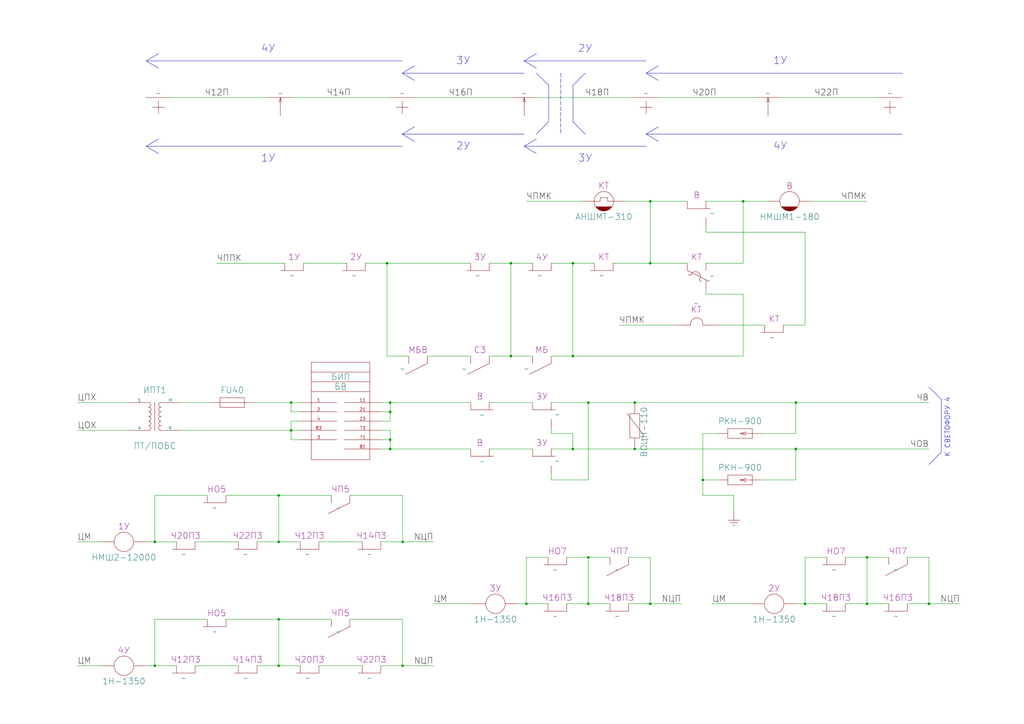
<source format=kicad_sch>
(kicad_sch (version 20231120) (generator "eeschema") (generator_version "8.0")
  (paper "A3")
  (title_block (title "Станция А") (company "МКТ РУТ (МИИТ)") (comment 1 "КП 27.02.03.03.000 ГЧ") (comment 2 "Сафранович") (comment 3 "Бузунова"))
  (lib_symbols
    (symbol "Blocks:БИП" (pin_names (offset 0) hide)
      (property "Reference" "БИП" (at 0 10.51 0))
      (property "Value" "БВ" (at 0 6.51 0))
      (symbol "БИП_0_1"
        (rectangle (start -12 16.51) (end 12 -23.49))
        (polyline (pts (xy 12 4.51) (xy -12 4.51)))
        (polyline (pts (xy 12 8.51) (xy -12 8.51)))
        (polyline (pts (xy 12 12.51) (xy -12 12.51)))
      )
      (symbol "БИП_1_1"
        (pin bidirectional line (at -16.51 0 0) (length 15) (name "") (number "1"))
        (pin bidirectional line (at 16.51 0 180) (length 15) (name "") (number "11"))
        (pin bidirectional line (at -16.51 -3.81 0) (length 15) (name "") (number "2"))
        (pin bidirectional line (at 16.51 -3.81 180) (length 15) (name "") (number "21"))
        (pin bidirectional line (at 16.51 -7.62 180) (length 15) (name "") (number "23"))
        (pin bidirectional line (at -16.51 -15.24 0) (length 15) (name "") (number "3"))
        (pin bidirectional line (at -16.51 -7.62 0) (length 15) (name "") (number "4"))
        (pin bidirectional line (at 16.51 -15.24 180) (length 15) (name "") (number "71"))
        (pin bidirectional line (at 16.51 -11.43 180) (length 15) (name "") (number "73"))
        (pin bidirectional line (at 16.51 -19.05 180) (length 15) (name "") (number "81"))
        (pin bidirectional line (at -16.51 -11.43 0) (length 15) (name "") (number "83"))
      )
    )
    (symbol "Blocks:ПТ/ПОБС" (pin_numbers hide) (pin_names (offset 0))
      (property "Reference" "ИПТ" (at 0 10.16 0))
      (property "Value" "ПТ/ПОБС" (at 0 -12.7 0))
      (symbol "ПТ/ПОБС_0_1"
        (arc (start -2.54 -6.35) (mid -1.5736 -5.3975) (end -2.54 -4.445))
        (arc (start -2.54 -4.445) (mid -1.5736 -3.4925) (end -2.54 -2.54))
        (arc (start -2.54 -2.54) (mid -1.5736 -1.5875) (end -2.54 -0.635))
        (arc (start -2.54 -0.635) (mid -1.5048 0.3175) (end -2.54 1.27))
        (arc (start -2.54 1.27) (mid -1.5428 2.2225) (end -2.54 3.175))
        (arc (start -2.54 3.175) (mid -1.5875 4.1275) (end -2.54 5.08))
        (polyline (pts (xy 0 -6.35) (xy 0 5.08)))
        (arc (start 2.54 -4.445) (mid 1.5452 -5.3975) (end 2.54 -6.35))
        (arc (start 2.54 -2.54) (mid 1.5452 -3.4925) (end 2.54 -4.445))
        (arc (start 2.54 -0.635) (mid 1.4998 -1.5875) (end 2.54 -2.54))
        (arc (start 2.54 1.27) (mid 1.5736 0.3175) (end 2.54 -0.635))
        (arc (start 2.54 3.175) (mid 1.5875 2.2225) (end 2.54 1.27))
        (arc (start 2.54 5.08) (mid 1.5633 4.1275) (end 2.54 3.175))
      )
      (symbol "ПТ/ПОБС_1_1"
        (pin passive line (at -10.16 5.08 0) (length 7.62) (name "1") (number "1"))
        (pin passive line (at -10.16 -6.35 0) (length 7.62) (name "4") (number "2"))
        (pin passive line (at 10.16 5.08 180) (length 7.62) (name "Н") (number "3"))
        (pin passive line (at 10.16 -6.35 180) (length 7.62) (name "К") (number "7"))
      )
    )
    (symbol "Device_GOST:FU_FUSE" (pin_numbers hide) (pin_names (offset 0) hide)
      (property "Reference" "FU" (at 0 3.81 0))
      (property "Value" "FU_FUSE" (at 0 -3.81 0))
      (symbol "FU_FUSE_0_1"
        (rectangle (start -5.0038 2.0066) (end 5.0038 -2.0066))
        (polyline (pts (xy -5.0038 0) (xy 5.0038 0)))
      )
      (symbol "FU_FUSE_1_1"
        (pin passive line (at -8.89 0 0) (length 3.8862) (name "~") (number "1"))
        (pin passive line (at 8.89 0 180) (length 3.8862) (name "~") (number "2"))
      )
    )
    (symbol "SCB_Relay:Выравниватель" (pin_numbers hide) (pin_names (offset 0) hide)
      (property "Reference" "R" (at 0 3.81 0))
      (property "Value" "ВОЦН" (at 0 -5.715 0))
      (symbol "Выравниватель_0_1"
        (rectangle (start -5.0038 2.0066) (end 5.0038 -2.0066))
        (polyline (pts (xy -6.35 -3.175) (xy -3.175 -3.175) (xy 5.08 3.175)))
      )
      (symbol "Выравниватель_1_1"
        (pin passive line (at -8.89 0 0) (length 3.8862) (name "~") (number "1"))
        (pin passive line (at 8.89 0 180) (length 3.8862) (name "~") (number "2"))
      )
    )
    (symbol "SCB_Relay:Контакт_нейтрального_якоря" (pin_numbers hide) (pin_names hide)
      (property "Обозначение реле" "Н" (at 0 2.54 0))
      (symbol "Контакт_нейтрального_якоря_0_1"
        (polyline (pts (xy -3.81 -3) (xy 5.19 -7.5)))
        (pin bidirectional line (at -3.81 0 270) (length 3) (name "") (number "1"))
      )
      (symbol "Контакт_нейтрального_якоря_1_1"
        (unit_name "Фронтовой-Тыловой")
        (pin bidirectional line (at 3.81 0 270) (length 3) (name "") (number "2"))
        (pin bidirectional line (at 3.81 -10.16 90) (length 3.3) (name "") (number "3"))
      )
      (symbol "Контакт_нейтрального_якоря_2_1"
        (unit_name "Тыловой")
        (pin bidirectional line (at 3.81 -10.16 90) (length 3.3) (name "") (number "3"))
      )
      (symbol "Контакт_нейтрального_якоря_3_1"
        (unit_name "Фронтовой")
        (pin bidirectional line (at 3.81 0 270) (length 3) (name "") (number "2"))
      )
      (symbol "Контакт_нейтрального_якоря_4_1"
        (unit_name "Усиленный перелючающий")
        (polyline (pts (xy 3.81 -10.16) (xy 7.62 -10.16)))
        (polyline (pts (xy 3.81 -8.89) (xy 5.715 -10.16)))
        (polyline (pts (xy 3.81 -6.858) (xy 3.81 -10.16)))
        (polyline (pts (xy 3.81 -1.27) (xy 5.715 0)))
        (polyline (pts (xy 3.81 0) (xy 3.81 -3)))
        (polyline (pts (xy 3.81 0) (xy 7.62 0)))
        (pin bidirectional line (at -3.81 0 270) (length 3) (name "") (number "1"))
        (pin bidirectional line (at 8.89 0 180) (length 2) (name "") (number "2"))
        (pin bidirectional line (at 8.89 -10.16 180) (length 2) (name "") (number "3"))
      )
      (symbol "Контакт_нейтрального_якоря_5_1"
        (unit_name "Усиленный замыкающий")
        (polyline (pts (xy 3.81 -1.27) (xy 5.715 0)))
        (polyline (pts (xy 3.81 0) (xy 3.81 -3)))
        (polyline (pts (xy 3.81 0) (xy 7.62 0)))
        (pin bidirectional line (at 8.89 0 180) (length 2) (name "") (number "2"))
      )
      (symbol "Контакт_нейтрального_якоря_6_1"
        (unit_name "Усиленный размыкающий")
        (polyline (pts (xy 3.81 -8.89) (xy 5.715 -10.16)))
        (polyline (pts (xy 3.81 -6.858) (xy 3.81 -10.16) (xy 6.985 -10.16)))
        (pin bidirectional line (at 8.89 -10.16 180) (length 2) (name "") (number "3"))
      )
      (symbol "Контакт_нейтрального_якоря_7_1"
        (unit_name "С магнитным гашением")
        (polyline (pts (xy 11.43 0) (xy 3.81 0) (xy 3.81 -3)))
        (polyline (pts (xy 3.81 0) (xy 5.5 1) (xy 8.5 -1) (xy 10 0)))
        (pin bidirectional line (at 12.7 0 180) (length 2) (name "") (number "2"))
        (pin bidirectional line (at 3.81 -10.16 90) (length 3.3) (name "") (number "3"))
      )
      (symbol "Контакт_нейтрального_якоря_8_1"
        (unit_name "С безобрывным переключением")
        (arc (start 5.5 -7.5) (mid 6.5355 -5) (end 5.5 -2.5))
        (pin bidirectional line (at 3.81 0 270) (length 3) (name "") (number "2"))
        (pin bidirectional line (at 3.81 -10.16 90) (length 3.3) (name "") (number "3"))
      )
      (symbol "Контакт_нейтрального_якоря_9_1"
        (unit_name "Фронтовой-тыловой термолемента")
        (polyline (pts (xy -3.5 -4.5) (xy -2.5 -5) (xy -2.25 -4.5)))
        (polyline (pts (xy 1.25 -6.5) (xy 1 -7) (xy 2 -7.5)))
        (arc (start 1.25 -6.5) (mid 0.5225 -3.7106) (end -2.25 -4.5))
        (pin bidirectional line (at 3.81 0 270) (length 3) (name "") (number "2"))
        (pin bidirectional line (at 3.81 -10.16 90) (length 3.3) (name "") (number "3"))
      )
      (symbol "Контакт_нейтрального_якоря_10_1"
        (unit_name "Тыловой термолемента")
        (polyline (pts (xy -3.5 -4.5) (xy -2.5 -5) (xy -2.25 -4.5)))
        (polyline (pts (xy 1.25 -6.5) (xy 1 -7) (xy 2 -7.5)))
        (arc (start 1.25 -6.5) (mid 0.5225 -3.7106) (end -2.25 -4.5))
        (pin bidirectional line (at 3.81 -10.16 90) (length 3.3) (name "") (number "3"))
      )
      (symbol "Контакт_нейтрального_якоря_11_1"
        (unit_name "Фронтовой термолемента")
        (polyline (pts (xy -3.5 -4.5) (xy -2.5 -5) (xy -2.25 -4.5)))
        (polyline (pts (xy 1.25 -6.5) (xy 1 -7) (xy 2 -7.5)))
        (arc (start 1.25 -6.5) (mid 0.5225 -3.7106) (end -2.25 -4.5))
        (pin bidirectional line (at 3.81 0 270) (length 3) (name "") (number "2"))
      )
    )
    (symbol "SCB_Relay:Контакт_нейтрального_якоря_НЗ" (pin_numbers hide) (pin_names hide)
      (property "Обозначение реле" "Н" (at 0 2.54 0))
      (symbol "Контакт_нейтрального_якоря_НЗ_0_1"
        (polyline (pts (xy -3.81 -3) (xy 5.5 -3)))
        (pin bidirectional line (at -3.81 0 270) (length 3) (name "") (number "1"))
      )
      (symbol "Контакт_нейтрального_якоря_НЗ_1_1"
        (unit_name "Фронтовой-Тыловой")
        (pin bidirectional line (at 3.81 0 270) (length 3) (name "") (number "2"))
        (pin bidirectional line (at 3.81 -10.16 90) (length 3.3) (name "") (number "3"))
      )
      (symbol "Контакт_нейтрального_якоря_НЗ_2_1"
        (unit_name "Тыловой")
        (pin bidirectional line (at 3.81 -10.16 90) (length 3.3) (name "") (number "3"))
      )
      (symbol "Контакт_нейтрального_якоря_НЗ_3_1"
        (unit_name "Фронтовой")
        (pin bidirectional line (at 3.81 0 270) (length 3) (name "") (number "2"))
      )
      (symbol "Контакт_нейтрального_якоря_НЗ_4_1"
        (unit_name "Усиленный перелючающий")
        (polyline (pts (xy 3.81 -10.16) (xy 7.62 -10.16)))
        (polyline (pts (xy 3.81 -8.89) (xy 5.715 -10.16)))
        (polyline (pts (xy 3.81 -6.858) (xy 3.81 -10.16)))
        (polyline (pts (xy 3.81 -1.27) (xy 5.715 0)))
        (polyline (pts (xy 3.81 0) (xy 3.81 -3)))
        (polyline (pts (xy 3.81 0) (xy 7.62 0)))
        (pin bidirectional line (at -3.81 0 270) (length 3) (name "") (number "1"))
        (pin bidirectional line (at 8.89 0 180) (length 2) (name "") (number "2"))
        (pin bidirectional line (at 8.89 -10.16 180) (length 2) (name "") (number "3"))
      )
      (symbol "Контакт_нейтрального_якоря_НЗ_5_1"
        (unit_name "Усиленный замыкающий")
        (polyline (pts (xy 3.81 -1.27) (xy 5.715 0)))
        (polyline (pts (xy 3.81 0) (xy 3.81 -3)))
        (polyline (pts (xy 3.81 0) (xy 7.62 0)))
        (pin bidirectional line (at 8.89 0 180) (length 2) (name "") (number "2"))
      )
      (symbol "Контакт_нейтрального_якоря_НЗ_6_1"
        (unit_name "Усиленный размыкающий")
        (polyline (pts (xy 3.81 -8.89) (xy 5.715 -10.16)))
        (polyline (pts (xy 3.81 -6.858) (xy 3.81 -10.16) (xy 6.985 -10.16)))
        (pin bidirectional line (at 8.89 -10.16 180) (length 2) (name "") (number "3"))
      )
      (symbol "Контакт_нейтрального_якоря_НЗ_7_1"
        (unit_name "С магнитным гашением")
        (polyline (pts (xy 11.43 0) (xy 3.81 0) (xy 3.81 -3)))
        (polyline (pts (xy 3.81 0) (xy 5.5 1) (xy 8.5 -1) (xy 10 0)))
        (pin bidirectional line (at 12.7 0 180) (length 2) (name "") (number "2"))
        (pin bidirectional line (at 3.81 -10.16 90) (length 3.3) (name "") (number "3"))
      )
      (symbol "Контакт_нейтрального_якоря_НЗ_8_1"
        (unit_name "С безобрывным переключением")
        (arc (start 5.5 -7.5) (mid 6.5355 -5) (end 5.5 -2.5))
        (pin bidirectional line (at 3.81 0 270) (length 3) (name "") (number "2"))
        (pin bidirectional line (at 3.81 -10.16 90) (length 3.3) (name "") (number "3"))
      )
    )
    (symbol "SCB_Relay:Нейтральное" (pin_numbers hide) (pin_names (offset 0.002) hide)
      (property "Value" "НМШ" (at 0 -6.35 0))
      (property "Обозначение реле" "Н" (at 0 6.35 0))
      (symbol "Нейтральное_0_1"
        (circle (center 0 0) (radius 4))
      )
      (symbol "Нейтральное_1_1"
        (unit_name "Общее")
        (pin power_in line (at -8.89 0 0) (length 4.8) (name "") (number "1"))
        (pin power_in line (at 8.89 0 180) (length 4.8) (name "") (number "4"))
      )
      (symbol "Нейтральное_2_1"
        (unit_name "С раздельными")
        (pin power_in line (at -8.89 0 0) (length 4.8) (name "") (number "1"))
        (pin power_in line (at -8.89 -1.905 0) (length 5.3) (name "") (number "2"))
        (pin power_in line (at 8.89 0 180) (length 4.8) (name "") (number "3"))
        (pin power_in line (at 8.89 -1.905 180) (length 5.3) (name "") (number "4"))
      )
    )
    (symbol "SCB_Relay:Нейтральное_с_замедлением_на_отпуск" (pin_numbers hide) (pin_names (offset 0.002) hide)
      (property "Value" "НМШМ" (at 0 -6.35 0))
      (property "Обозначение реле" "Н" (at 0 6.35 0))
      (symbol "Нейтральное_с_замедлением_на_отпуск_0_1"
        (polyline (pts (xy -3.25 -2.25) (xy 3.25 -2.25) (xy 2.5 -3) (xy 1.778 -3.556) (xy 1.016 -3.81) (xy 0 -4) (xy -1.016 -3.81) (xy -1.778 -3.556) (xy -2.5 -3) (xy -3.25 -2.25)) (fill (type outline)))
        (circle (center 0 0) (radius 4))
      )
      (symbol "Нейтральное_с_замедлением_на_отпуск_1_1"
        (unit_name "Общее")
        (pin power_in line (at -8.89 0 0) (length 4.8) (name "") (number "1"))
        (pin power_in line (at 8.89 0 180) (length 4.8) (name "") (number "4"))
      )
      (symbol "Нейтральное_с_замедлением_на_отпуск_2_1"
        (unit_name "С раздельными")
        (pin power_in line (at -8.89 0 0) (length 4.8) (name "") (number "1"))
        (pin power_in line (at -8.89 -1.905 0) (length 5.3) (name "") (number "2"))
        (pin power_in line (at 8.89 0 180) (length 4.8) (name "") (number "3"))
        (pin power_in line (at 8.89 -1.905 180) (length 5.3) (name "") (number "4"))
      )
    )
    (symbol "SCB_Relay:Разрядник" (pin_numbers hide) (pin_names (offset 0) hide)
      (property "Reference" "FU" (at 0 4 0))
      (property "Value" "РКН" (at 0 -4 0))
      (symbol "Разрядник_0_1"
        (rectangle (start -5.0038 2.0066) (end 5.0038 -2.0066))
        (polyline (pts (xy 0 0) (xy 2.54 -0.635)))
        (polyline (pts (xy 0 0) (xy 2.54 0.635)))
        (polyline (pts (xy 0 0) (xy 5.0038 0)))
      )
      (symbol "Разрядник_1_1"
        (pin passive line (at -8.89 0 0) (length 3.8862) (name "~") (number "1"))
        (pin passive line (at 8.89 0 180) (length 3.8862) (name "~") (number "2"))
      )
    )
    (symbol "SCB_Relay:С_термоэлементом_и_замедлением" (pin_numbers hide) (pin_names (offset 0.002) hide)
      (property "Value" "АНШМТ" (at 0 -6.35 0))
      (property "Обозначение реле" "Н" (at 0 6.35 0))
      (symbol "С_термоэлементом_и_замедлением_0_1"
        (polyline (pts (xy -4 0) (xy -1.5 0) (xy -1.5 1.5) (xy 1.5 1.5) (xy 1.5 0) (xy 4 0)))
        (polyline (pts (xy -3.25 -2.25) (xy 3.25 -2.25) (xy 2.5 -3) (xy 1.778 -3.556) (xy 1.016 -3.81) (xy 0 -4) (xy -1.016 -3.81) (xy -1.778 -3.556) (xy -2.54 -3) (xy -3.25 -2.25)) (fill (type outline)))
        (circle (center 0 0) (radius 4))
      )
      (symbol "С_термоэлементом_и_замедлением_1_1"
        (unit_name "Общее")
        (pin power_in line (at -8.89 0 0) (length 4.8) (name "") (number "1"))
        (pin power_in line (at 8.89 0 180) (length 4.8) (name "") (number "4"))
      )
      (symbol "С_термоэлементом_и_замедлением_2_1"
        (unit_name "С раздельными")
        (pin power_in line (at -8.89 0 0) (length 4.8) (name "") (number "1"))
        (pin power_in line (at -8.89 -1.905 0) (length 5.3) (name "") (number "2"))
        (pin power_in line (at 8.89 0 180) (length 4.8) (name "") (number "3"))
        (pin power_in line (at 8.89 -1.905 180) (length 5.3) (name "") (number "4"))
      )
    )
    (symbol "SCB_Relay:Термоэлемент" (pin_numbers hide) (pin_names (offset 0) hide)
      (property "Обозначение реле" "Т" (at 0 5.5 0))
      (symbol "Термоэлемент_0_1"
        (polyline (pts (xy -2.5 0.5) (xy -2.5 0) (xy -4.5 0)))
        (polyline (pts (xy 2.5 0.5) (xy 2.5 0) (xy 4 0)))
        (arc (start 2.5 0.5) (mid 0 3) (end -2.5 0.5))
      )
      (symbol "Термоэлемент_1_1"
        (pin power_in line (at -8.89 0 0) (length 4.8) (name "") (number "1"))
        (pin power_in line (at 8.89 0 180) (length 4.8) (name "") (number "4"))
      )
    )
    (symbol "SCB_АБТЦ:Генератор_Нитки"
      (symbol "Генератор_Нитки_0_1"
        (polyline (pts (xy 0 0) (xy -0.5 -2)))
        (polyline (pts (xy 0 0) (xy 0 -7.5)))
        (polyline (pts (xy 0 0) (xy 0.5 -2)))
        (polyline (pts (xy 5 0) (xy -5 0)))
      )
      (symbol "Генератор_Нитки_1_1"
        (pin unspecified line (at -5 0 0) (length 0) (name "") (number ""))
        (pin unspecified line (at 5 0 180) (length 0) (name "") (number ""))
      )
    )
    (symbol "SCB_АБТЦ:Приемник_Нитки"
      (symbol "Приемник_Нитки_0_1"
        (polyline (pts (xy -5 0) (xy 5 0)))
        (polyline (pts (xy 0 -1.5) (xy 0 -6.5)))
        (polyline (pts (xy 2.5 -4) (xy -2.5 -4)))
      )
      (symbol "Приемник_Нитки_1_1"
        (pin unspecified line (at -5 0 0) (length 0) (name "") (number ""))
        (pin unspecified line (at 5 0 180) (length 0) (name "") (number ""))
      )
    )
    (symbol "power_GOST:Earth" (power) (pin_numbers hide) (pin_names (offset 0) hide)
      (symbol "Earth_0_1"
        (polyline (pts (xy -2.4892 -3.81) (xy 2.4892 -3.81)))
        (polyline (pts (xy -1.4732 -4.826) (xy 1.4732 -4.826)))
        (polyline (pts (xy -0.4572 -5.842) (xy 0.4572 -5.842)))
        (polyline (pts (xy 0 0) (xy 0 -3.81)))
      )
      (symbol "Earth_1_1"
        (pin passive line (at 0 0 270) (length 0) hide (name "Earth") (number "1"))
      )
    )
  )
  (junction (at 160.02 184.15))
  (junction (at 160.02 165.1))
  (junction (at 241.3 228.6))
  (junction (at 114.3 273.05))
  (junction (at 234.95 184.15))
  (junction (at 326.39 184.15))
  (junction (at 119.38 176.53))
  (junction (at 381 247.65))
  (junction (at 119.38 165.1))
  (junction (at 114.3 254))
  (junction (at 165.1 273.05))
  (junction (at 241.3 165.1))
  (junction (at 260.35 165.1))
  (junction (at 355.6 247.65))
  (junction (at 266.7 107.95))
  (junction (at 63.5 222.25))
  (junction (at 260.35 184.15))
  (junction (at 114.3 203.2))
  (junction (at 165.1 222.25))
  (junction (at 326.39 165.1))
  (junction (at 234.95 107.95))
  (junction (at 215.9 247.65))
  (junction (at 114.3 222.25))
  (junction (at 288.29 196.85))
  (junction (at 160.02 180.34))
  (junction (at 266.7 247.65))
  (junction (at 241.3 247.65))
  (junction (at 266.7 82.55))
  (junction (at 330.2 247.65))
  (junction (at 158.75 107.95))
  (junction (at 234.95 146.05))
  (junction (at 63.5 273.05))
  (junction (at 209.55 107.95))
  (junction (at 304.8 82.55))
  (junction (at 160.02 168.91))
  (junction (at 209.55 146.05))
  (junction (at 355.6 228.6))
  (wire (pts (xy 326.39 165.1) (xy 381 165.1)))
  (wire (pts (xy 63.5 222.25) (xy 59.69 222.25)))
  (wire (pts (xy 355.6 228.6) (xy 355.6 247.65)))
  (polyline (pts (xy 60 60) (xy 65 63)))
  (wire (pts (xy 355.6 82.55) (xy 332.74 82.55)))
  (wire (pts (xy 105.41 273.05) (xy 114.3 273.05)))
  (wire (pts (xy 312.42 177.8) (xy 326.39 177.8)))
  (polyline (pts (xy 215 60) (xy 220 57)))
  (wire (pts (xy 241.3 196.85) (xy 241.3 165.1)))
  (wire (pts (xy 330.2 133.35) (xy 330.2 95.25)))
  (wire (pts (xy 119.38 180.34) (xy 119.38 176.53)))
  (wire (pts (xy 63.5 254) (xy 63.5 273.05)))
  (wire (pts (xy 63.5 273.05) (xy 59.69 273.05)))
  (wire (pts (xy 80.01 273.05) (xy 97.79 273.05)))
  (wire (pts (xy 92.71 203.2) (xy 114.3 203.2)))
  (wire (pts (xy 260.35 165.1) (xy 326.39 165.1)))
  (wire (pts (xy 114.3 273.05) (xy 123.19 273.05)))
  (wire (pts (xy 260.35 165.1) (xy 260.35 165.735)))
  (wire (pts (xy 85.09 203.2) (xy 63.5 203.2)))
  (wire (pts (xy 224.79 228.6) (xy 215.9 228.6)))
  (wire (pts (xy 158.75 107.95) (xy 158.75 146.05)))
  (wire (pts (xy 167.64 146.05) (xy 158.75 146.05)))
  (wire (pts (xy 105.41 222.25) (xy 114.3 222.25)))
  (wire (pts (xy 119.38 168.91) (xy 123.19 168.91)))
  (wire (pts (xy 156.21 168.91) (xy 160.02 168.91)))
  (wire (pts (xy 330.2 247.65) (xy 339.09 247.65)))
  (wire (pts (xy 232.41 247.65) (xy 241.3 247.65)))
  (wire (pts (xy 86.36 165.1) (xy 73.66 165.1)))
  (wire (pts (xy 123.19 180.34) (xy 119.38 180.34)))
  (wire (pts (xy 304.8 82.55) (xy 314.96 82.55)))
  (wire (pts (xy 215.9 247.65) (xy 224.79 247.65)))
  (wire (pts (xy 160.02 180.34) (xy 160.02 184.15)))
  (wire (pts (xy 339.09 228.6) (xy 330.2 228.6)))
  (polyline (pts (xy 235 50) (xy 240 55)))
  (wire (pts (xy 165.1 203.2) (xy 165.1 222.25)))
  (wire (pts (xy 355.6 247.65) (xy 364.49 247.65)))
  (wire (pts (xy 292.1 247.65) (xy 308.61 247.65)))
  (wire (pts (xy 160.02 172.72) (xy 160.02 168.91)))
  (wire (pts (xy 175.26 146.05) (xy 193.04 146.05)))
  (wire (pts (xy 220 40) (xy 260 40)))
  (polyline (pts (xy 60 60) (xy 65 57)))
  (wire (pts (xy 70 40) (xy 110 40)))
  (wire (pts (xy 156.21 176.53) (xy 160.02 176.53)))
  (wire (pts (xy 381 247.65) (xy 393.7 247.65)))
  (wire (pts (xy 215.9 228.6) (xy 215.9 247.65)))
  (polyline (pts (xy 265 30) (xy 270 33)))
  (wire (pts (xy 114.3 254) (xy 114.3 273.05)))
  (wire (pts (xy 234.95 107.95) (xy 234.95 146.05)))
  (wire (pts (xy 346.71 228.6) (xy 355.6 228.6)))
  (polyline (pts (xy 265 55) (xy 270 52)))
  (polyline (pts (xy 265 30) (xy 370 30)))
  (wire (pts (xy 63.5 203.2) (xy 63.5 222.25)))
  (wire (pts (xy 123.19 165.1) (xy 119.38 165.1)))
  (wire (pts (xy 260.35 184.15) (xy 326.39 184.15)))
  (wire (pts (xy 234.95 177.8) (xy 234.95 184.15)))
  (wire (pts (xy 123.19 172.72) (xy 119.38 172.72)))
  (wire (pts (xy 330.2 95.25) (xy 289.56 95.25)))
  (wire (pts (xy 114.3 222.25) (xy 123.19 222.25)))
  (wire (pts (xy 165.1 273.05) (xy 156.21 273.05)))
  (wire (pts (xy 165.1 222.25) (xy 177.8 222.25)))
  (polyline (pts (xy 220 30) (xy 225 35)))
  (wire (pts (xy 156.21 184.15) (xy 160.02 184.15)))
  (wire (pts (xy 209.55 107.95) (xy 218.44 107.95)))
  (wire (pts (xy 165.1 254) (xy 165.1 273.05)))
  (wire (pts (xy 124.46 107.95) (xy 142.24 107.95)))
  (wire (pts (xy 160.02 165.1) (xy 193.04 165.1)))
  (wire (pts (xy 92.71 254) (xy 114.3 254)))
  (wire (pts (xy 143.51 203.2) (xy 165.1 203.2)))
  (wire (pts (xy 143.51 254) (xy 165.1 254)))
  (wire (pts (xy 234.95 107.95) (xy 243.84 107.95)))
  (wire (pts (xy 200.66 165.1) (xy 218.44 165.1)))
  (wire (pts (xy 200.66 146.05) (xy 209.55 146.05)))
  (wire (pts (xy 288.29 177.8) (xy 288.29 196.85)))
  (wire (pts (xy 31.75 176.53) (xy 53.34 176.53)))
  (wire (pts (xy 326.39 184.15) (xy 381 184.15)))
  (wire (pts (xy 226.06 177.8) (xy 234.95 177.8)))
  (wire (pts (xy 289.56 118.11) (xy 289.56 120.65)))
  (wire (pts (xy 88.9 107.95) (xy 116.84 107.95)))
  (wire (pts (xy 232.41 228.6) (xy 241.3 228.6)))
  (wire (pts (xy 119.38 172.72) (xy 119.38 176.53)))
  (wire (pts (xy 321.31 133.35) (xy 330.2 133.35)))
  (wire (pts (xy 200.66 184.15) (xy 218.44 184.15)))
  (polyline (pts (xy 60 25) (xy 65 22)))
  (wire (pts (xy 209.55 107.95) (xy 209.55 146.05)))
  (wire (pts (xy 114.3 203.2) (xy 135.89 203.2)))
  (polyline (pts (xy 60 60) (xy 165 60)))
  (wire (pts (xy 160.02 168.91) (xy 160.02 165.1)))
  (polyline (pts (xy 225 35) (xy 225 50)))
  (wire (pts (xy 294.64 133.35) (xy 313.69 133.35)))
  (polyline (pts (xy 265 55) (xy 270 58)))
  (wire (pts (xy 226.06 184.15) (xy 234.95 184.15)))
  (wire (pts (xy 63.5 273.05) (xy 72.39 273.05)))
  (polyline (pts (xy 170 33) (xy 165 30)))
  (polyline (pts (xy 170 58) (xy 165 55)))
  (wire (pts (xy 266.7 247.65) (xy 257.81 247.65)))
  (wire (pts (xy 304.8 107.95) (xy 304.8 82.55)))
  (wire (pts (xy 288.29 196.85) (xy 294.64 196.85)))
  (wire (pts (xy 104.14 165.1) (xy 119.38 165.1)))
  (wire (pts (xy 355.6 228.6) (xy 364.49 228.6)))
  (wire (pts (xy 209.55 146.05) (xy 218.44 146.05)))
  (wire (pts (xy 289.56 82.55) (xy 304.8 82.55)))
  (wire (pts (xy 226.06 146.05) (xy 234.95 146.05)))
  (wire (pts (xy 170 40) (xy 210 40)))
  (wire (pts (xy 241.3 228.6) (xy 250.19 228.6)))
  (polyline (pts (xy 165 55) (xy 215 55)))
  (wire (pts (xy 160.02 176.53) (xy 160.02 180.34)))
  (wire (pts (xy 177.8 247.65) (xy 194.31 247.65)))
  (wire (pts (xy 160.02 165.1) (xy 156.21 165.1)))
  (wire (pts (xy 241.3 165.1) (xy 226.06 165.1)))
  (wire (pts (xy 312.42 196.85) (xy 326.39 196.85)))
  (wire (pts (xy 85.09 254) (xy 63.5 254)))
  (polyline (pts (xy 215 60) (xy 265 60)))
  (wire (pts (xy 73.66 176.53) (xy 119.38 176.53)))
  (wire (pts (xy 226.06 175.26) (xy 226.06 177.8)))
  (polyline (pts (xy 386.08 185.42) (xy 386.08 163.83)))
  (wire (pts (xy 288.29 177.8) (xy 294.64 177.8)))
  (wire (pts (xy 31.75 273.05) (xy 41.91 273.05)))
  (polyline (pts (xy 165 30) (xy 215 30)))
  (polyline (pts (xy 60 25) (xy 65 28)))
  (wire (pts (xy 130.81 273.05) (xy 148.59 273.05)))
  (wire (pts (xy 266.7 82.55) (xy 266.7 107.95)))
  (wire (pts (xy 63.5 222.25) (xy 72.39 222.25)))
  (polyline (pts (xy 215 25) (xy 220 28)))
  (wire (pts (xy 215.9 82.55) (xy 238.76 82.55)))
  (wire (pts (xy 381 247.65) (xy 372.11 247.65)))
  (wire (pts (xy 80.01 222.25) (xy 97.79 222.25)))
  (wire (pts (xy 31.75 222.25) (xy 41.91 222.25)))
  (wire (pts (xy 326.39 184.15) (xy 326.39 196.85)))
  (wire (pts (xy 241.3 247.65) (xy 250.19 247.65)))
  (wire (pts (xy 156.21 172.72) (xy 160.02 172.72)))
  (wire (pts (xy 330.2 228.6) (xy 330.2 247.65)))
  (wire (pts (xy 288.29 196.85) (xy 288.29 203.2)))
  (wire (pts (xy 304.8 120.65) (xy 304.8 146.05)))
  (wire (pts (xy 289.56 120.65) (xy 304.8 120.65)))
  (polyline (pts (xy 215 60) (xy 220 63)))
  (wire (pts (xy 31.75 165.1) (xy 53.34 165.1)))
  (wire (pts (xy 257.81 228.6) (xy 266.7 228.6)))
  (wire (pts (xy 156.21 180.34) (xy 160.02 180.34)))
  (wire (pts (xy 266.7 247.65) (xy 279.4 247.65)))
  (wire (pts (xy 200.66 107.95) (xy 209.55 107.95)))
  (wire (pts (xy 165.1 222.25) (xy 156.21 222.25)))
  (polyline (pts (xy 165 30) (xy 170 27)))
  (wire (pts (xy 114.3 254) (xy 135.89 254)))
  (wire (pts (xy 226.06 196.85) (xy 241.3 196.85)))
  (wire (pts (xy 215.9 247.65) (xy 212.09 247.65)))
  (polyline (pts (xy 235 35) (xy 235 50)))
  (wire (pts (xy 114.3 203.2) (xy 114.3 222.25)))
  (wire (pts (xy 251.46 107.95) (xy 266.7 107.95)))
  (wire (pts (xy 266.7 107.95) (xy 281.94 107.95)))
  (wire (pts (xy 130.81 222.25) (xy 148.59 222.25)))
  (wire (pts (xy 226.06 107.95) (xy 234.95 107.95)))
  (polyline (pts (xy 220 55) (xy 225 50)))
  (wire (pts (xy 346.71 247.65) (xy 355.6 247.65)))
  (polyline (pts (xy 386.08 163.83) (xy 381 158.75)))
  (wire (pts (xy 260.35 183.515) (xy 260.35 184.15)))
  (polyline (pts (xy 265 30) (xy 270 27)))
  (polyline (pts (xy 265 55) (xy 370 55)))
  (wire (pts (xy 160.02 184.15) (xy 193.04 184.15)))
  (wire (pts (xy 300.99 203.2) (xy 300.99 209.55)))
  (wire (pts (xy 256.54 82.55) (xy 266.7 82.55)))
  (wire (pts (xy 165.1 273.05) (xy 177.8 273.05)))
  (wire (pts (xy 254 133.35) (xy 276.86 133.35)))
  (wire (pts (xy 326.39 165.1) (xy 326.39 177.8)))
  (polyline (pts (xy 215 25) (xy 265 25)))
  (wire (pts (xy 330.2 247.65) (xy 326.39 247.65)))
  (polyline (pts (xy 381 190.5) (xy 386.08 185.42)))
  (polyline (pts (xy 165 55) (xy 170 52)))
  (wire (pts (xy 241.3 165.1) (xy 260.35 165.1)))
  (wire (pts (xy 241.3 228.6) (xy 241.3 247.65)))
  (wire (pts (xy 372.11 228.6) (xy 381 228.6)))
  (wire (pts (xy 158.75 107.95) (xy 193.04 107.95)))
  (wire (pts (xy 320 40) (xy 360 40)))
  (wire (pts (xy 120 40) (xy 160 40)))
  (wire (pts (xy 270 40) (xy 310 40)))
  (wire (pts (xy 234.95 146.05) (xy 304.8 146.05)))
  (wire (pts (xy 266.7 82.55) (xy 281.94 82.55)))
  (wire (pts (xy 234.95 184.15) (xy 260.35 184.15)))
  (wire (pts (xy 266.7 228.6) (xy 266.7 247.65)))
  (wire (pts (xy 119.38 165.1) (xy 119.38 168.91)))
  (wire (pts (xy 119.38 176.53) (xy 123.19 176.53)))
  (wire (pts (xy 289.56 107.95) (xy 304.8 107.95)))
  (wire (pts (xy 289.56 95.25) (xy 289.56 92.71)))
  (polyline (pts (xy 235 35) (xy 240 30)))
  (wire (pts (xy 381 228.6) (xy 381 247.65)))
  (polyline (pts (xy 60 25) (xy 165 25)))
  (polyline (pts (xy 230 30) (xy 230 55)) (stroke (width 0) (type dash)))
  (wire (pts (xy 149.86 107.95) (xy 158.75 107.95)))
  (wire (pts (xy 226.06 194.31) (xy 226.06 196.85)))
  (polyline (pts (xy 215 25) (xy 220 22)))
  (wire (pts (xy 288.29 203.2) (xy 300.99 203.2)))
  (text "4У" (at 320 60 0) (effects (font (size 3 3))))
  (text "4У" (at 110 20 0) (effects (font (size 3 3))))
  (text "1У" (at 320 25 0) (effects (font (size 3 3))))
  (text "1У" (at 110 65 0) (effects (font (size 3 3))))
  (text "К СВЕТОФОРУ 4" (at 388.62 175.26 90) (effects (font (size 2 2))))
  (text "3У" (at 190 25 0) (effects (font (size 3 3))))
  (text "2У" (at 190 60 0) (effects (font (size 3 3))))
  (text "2У" (at 240 20 0) (effects (font (size 3 3))))
  (text "3У" (at 240 65 0) (effects (font (size 3 3))))
  (label "Ч20П" (at 284 40 0) (effects (font (size 2.5 2.5))) (property "Netclass" "Рельсы" (effects (hide yes))))
  (label "Ч22П" (at 334 40 0) (effects (font (size 2.5 2.5))) (property "Netclass" "Рельсы" (effects (hide yes))))
  (label "ЦПХ" (at 31.75 165.1 0) (effects (font (size 2.5 2.5))) (property "Netclass" "Цепь" (effects (hide yes))))
  (label "ЧППК" (at 88.9 107.95 0) (effects (font (size 2.5 2.5))) (property "Netclass" "Цепь" (effects (hide yes))))
  (label "ЦМ" (at 292.1 247.65 0) (effects (font (size 2.5 2.5))) (property "Netclass" "Цепь" (effects (hide yes))))
  (label "ЧОВ" (at 381 184.15 180) (effects (font (size 2.5 2.5))) (property "Netclass" "Цепь" (effects (hide yes))))
  (label "ЧПМК" (at 254 133.35 0) (effects (font (size 2.5 2.5))) (property "Netclass" "Цепь" (effects (hide yes))))
  (label "ЦОХ" (at 31.75 176.53 0) (effects (font (size 2.5 2.5))) (property "Netclass" "Цепь" (effects (hide yes))))
  (label "ЧВ" (at 381 165.1 180) (effects (font (size 2.5 2.5))) (property "Netclass" "Цепь" (effects (hide yes))))
  (label "NЦП" (at 177.8 222.25 180) (effects (font (size 2.5 2.5))) (property "Netclass" "Цепь" (effects (hide yes))))
  (label "ЦМ" (at 31.75 222.25 0) (effects (font (size 2.5 2.5))) (property "Netclass" "Цепь" (effects (hide yes))))
  (label "Ч14П" (at 134 40 0) (effects (font (size 2.5 2.5))) (property "Netclass" "Рельсы" (effects (hide yes))))
  (label "Ч12П" (at 84 40 0) (effects (font (size 2.5 2.5))) (property "Netclass" "Рельсы" (effects (hide yes))))
  (label "NЦП" (at 279.4 247.65 180) (effects (font (size 2.5 2.5))) (property "Netclass" "Цепь" (effects (hide yes))))
  (label "ЧПМК" (at 215.9 82.55 0) (effects (font (size 2.5 2.5))) (property "Netclass" "Цепь" (effects (hide yes))))
  (label "NЦП" (at 393.7 247.65 180) (effects (font (size 2.5 2.5))) (property "Netclass" "Цепь" (effects (hide yes))))
  (label "ЦМ" (at 177.8 247.65 0) (effects (font (size 2.5 2.5))) (property "Netclass" "Цепь" (effects (hide yes))))
  (label "Ч18П" (at 240 40 0) (effects (font (size 2.5 2.5))) (property "Netclass" "Рельсы" (effects (hide yes))))
  (label "NЦП" (at 177.8 273.05 180) (effects (font (size 2.5 2.5))) (property "Netclass" "Цепь" (effects (hide yes))))
  (label "ЧПМК" (at 355.6 82.55 180) (effects (font (size 2.5 2.5))) (property "Netclass" "Цепь" (effects (hide yes))))
  (label "Ч16П" (at 184 40 0) (effects (font (size 2.5 2.5))) (property "Netclass" "Рельсы" (effects (hide yes))))
  (label "ЦМ" (at 31.75 273.05 0) (effects (font (size 2.5 2.5))) (property "Netclass" "Цепь" (effects (hide yes))))
  (symbol (lib_id "SCB_Relay:Контакт_нейтрального_якоря_НЗ") (at 127 273.05 0) (mirror y) (unit 3)
    (property "Reference" "Н111111" (effects (hide yes)))
    (property "Value" "~" (at 126.155 278.13 0) (effects (font (size 2.5 2.5))))
    (property "Обозначение реле" "Ч20П3" (at 127 270.51 0) (effects (font (size 2.5 2.5))))
  )
  (symbol (lib_name "SCB_Relay:Контакт_нейтрального_якоря_НЗ") (lib_id "SCB_Relay:Контакт_нейтрального_якоря_НЗ") (at 342.9 228.6 0) (mirror y) (unit 3)
    (property "Reference" "Н11111" (effects (hide yes)))
    (property "Value" "~" (at 342.055 233.68 0) (effects (font (size 2.5 2.5))))
    (property "Обозначение реле" "НО7" (at 342.9 226.06 0) (effects (font (size 2.5 2.5))))
  )
  (symbol (lib_id "SCB_Relay:Контакт_нейтрального_якоря") (at 254 228.6 0) (mirror y) (unit 3)
    (property "Reference" "Н1111211" (effects (hide yes)))
    (property "Value" "~" (at 253.155 233.68 0) (effects (font (size 2.5 2.5))))
    (property "Обозначение реле" "ЧП7" (at 254 226.06 0) (effects (font (size 2.5 2.5))))
  )
  (symbol (lib_id "SCB_АБТЦ:Приемник_Нитки") (at 265 40 0) (unit 1)
    (property "Reference" "Приемник111" (effects (hide yes)))
    (property "Value" "~" (at 265 38.26 0) (effects (font (size 2.5 2.5))))
  )
  (symbol (lib_name "SCB_Relay:Контакт_нейтрального_якоря_НЗ") (lib_id "SCB_Relay:Контакт_нейтрального_якоря_НЗ") (at 76.2 222.25 0) (mirror y) (unit 3)
    (property "Reference" "Н1111" (effects (hide yes)))
    (property "Value" "~" (at 75.355 227.33 0) (effects (font (size 2.5 2.5))))
    (property "Обозначение реле" "Ч20П3" (at 76.2 219.71 0) (effects (font (size 2.5 2.5))))
  )
  (symbol (lib_id "Blocks:ПТ/ПОБС") (at 63.5 170.18 0) (unit 1)
    (property "Reference" "ИПТ1" (at 63.5 160.02 0) (effects (font (size 2.5 2.5))))
    (property "Value" "ПТ/ПОБС" (at 63.5 182.88 0) (effects (font (size 2.5 2.5))))
  )
  (symbol (lib_id "SCB_Relay:Нейтральное") (at 203.2 247.65 0) (unit 1)
    (property "Reference" "Н111" (effects (hide yes)))
    (property "Value" "1Н-1350" (at 203.2 254 0) (effects (font (size 2.5 2.5))))
    (property "Обозначение реле" "3У" (at 203.2 241.3 0) (effects (font (size 2.5 2.5))))
  )
  (symbol (lib_name "SCB_Relay:Контакт_нейтрального_якоря_НЗ") (lib_id "SCB_Relay:Контакт_нейтрального_якоря_НЗ") (at 222.25 165.1 0) (unit 1)
    (property "Reference" "Н11" (effects (hide yes)))
    (property "Value" "~" (at 228.6 170.03 0) (effects (font (size 2.5 2.5))))
    (property "Обозначение реле" "ЗУ" (at 222.25 162.56 0) (effects (font (size 2.5 2.5))))
  )
  (symbol (lib_name "SCB_Relay:Контакт_нейтрального_якоря") (lib_id "SCB_Relay:Контакт_нейтрального_якоря") (at 285.75 107.95 0) (unit 9)
    (property "Reference" "Н12" (effects (hide yes)))
    (property "Value" "~" (at 292.1 113.2 0) (effects (font (size 2.5 2.5))))
    (property "Обозначение реле" "КТ" (at 285.75 105.41 0) (effects (font (size 2.5 2.5))))
  )
  (symbol (lib_id "SCB_Relay:Разрядник") (at 303.53 177.8 0) (unit 1)
    (property "Reference" "FU29" (effects (hide yes)))
    (property "Value" "РКН-900" (at 303.53 172.72 0) (effects (font (size 2.5 2.5))))
  )
  (symbol (lib_name "SCB_Relay:Контакт_нейтрального_якоря_НЗ") (lib_id "SCB_Relay:Контакт_нейтрального_якоря_НЗ") (at 152.4 222.25 0) (mirror y) (unit 3)
    (property "Reference" "Н11112" (effects (hide yes)))
    (property "Value" "~" (at 151.555 227.33 0) (effects (font (size 2.5 2.5))))
    (property "Обозначение реле" "Ч14П3" (at 152.4 219.71 0) (effects (font (size 2.5 2.5))))
  )
  (symbol (lib_name "SCB_Relay:Контакт_нейтрального_якоря") (lib_id "SCB_Relay:Контакт_нейтрального_якоря") (at 196.85 146.05 0) (mirror y) (unit 3)
    (property "Reference" "Н11" (effects (hide yes)))
    (property "Value" "~" (at 190.5 151.3 0) (effects (font (size 2.5 2.5))))
    (property "Обозначение реле" "С3" (at 196.85 143.51 0) (effects (font (size 2.5 2.5))))
  )
  (symbol (lib_id "SCB_Relay:Нейтральное") (at 50.8 222.25 0) (unit 1)
    (property "Reference" "Н1" (effects (hide yes)))
    (property "Value" "НМШ2-12000" (at 50.8 228.6 0) (effects (font (size 2.5 2.5))))
    (property "Обозначение реле" "1У" (at 50.8 215.9 0) (effects (font (size 2.5 2.5))))
  )
  (symbol (lib_id "SCB_Relay:Термоэлемент") (at 285.75 133.35 0) (unit 1)
    (property "Reference" "Т11" (effects (hide yes)))
    (property "Value" "~" (at 285.545 124.46 0) (effects (font (size 2.5 2.5))))
    (property "Обозначение реле" "КТ" (at 285.545 127 0) (effects (font (size 2.5 2.5))))
  )
  (symbol (lib_name "SCB_Relay:Контакт_нейтрального_якоря_НЗ") (lib_id "SCB_Relay:Контакт_нейтрального_якоря_НЗ") (at 228.6 228.6 0) (mirror y) (unit 3)
    (property "Reference" "Н111111" (effects (hide yes)))
    (property "Value" "~" (at 227.755 233.68 0) (effects (font (size 2.5 2.5))))
    (property "Обозначение реле" "НО7" (at 228.6 226.06 0) (effects (font (size 2.5 2.5))))
  )
  (symbol (lib_name "SCB_Relay:Контакт_нейтрального_якоря_НЗ") (lib_id "SCB_Relay:Контакт_нейтрального_якоря_НЗ") (at 247.65 107.95 0) (mirror y) (unit 3)
    (property "Reference" "Н11" (effects (hide yes)))
    (property "Value" "~" (at 246.805 113.03 0) (effects (font (size 2.5 2.5))))
    (property "Обозначение реле" "КТ" (at 247.65 105.41 0) (effects (font (size 2.5 2.5))))
  )
  (symbol (lib_name "SCB_Relay:Контакт_нейтрального_якоря") (lib_id "SCB_Relay:Контакт_нейтрального_якоря") (at 171.45 146.05 0) (mirror y) (unit 3)
    (property "Reference" "Н11" (effects (hide yes)))
    (property "Value" "~" (at 165.1 151.3 0) (effects (font (size 2.5 2.5))))
    (property "Обозначение реле" "МБВ" (at 171.45 143.51 0) (effects (font (size 2.5 2.5))))
  )
  (symbol (lib_name "SCB_Relay:Контакт_нейтрального_якоря_НЗ") (lib_id "SCB_Relay:Контакт_нейтрального_якоря_НЗ") (at 101.6 222.25 0) (mirror y) (unit 3)
    (property "Reference" "Н1111" (effects (hide yes)))
    (property "Value" "~" (at 100.755 227.33 0) (effects (font (size 2.5 2.5))))
    (property "Обозначение реле" "Ч22П3" (at 101.6 219.71 0) (effects (font (size 2.5 2.5))))
  )
  (symbol (lib_name "SCB_Relay:Контакт_нейтрального_якоря_НЗ") (lib_id "SCB_Relay:Контакт_нейтрального_якоря_НЗ") (at 342.9 247.65 0) (mirror y) (unit 3)
    (property "Reference" "Н11112" (effects (hide yes)))
    (property "Value" "~" (at 342.055 252.73 0) (effects (font (size 2.5 2.5))))
    (property "Обозначение реле" "Ч18П3" (at 342.9 245.11 0) (effects (font (size 2.5 2.5))))
  )
  (symbol (lib_name "SCB_Relay:Контакт_нейтрального_якоря_НЗ") (lib_id "SCB_Relay:Контакт_нейтрального_якоря_НЗ") (at 285.75 82.55 0) (unit 1)
    (property "Reference" "Н14" (effects (hide yes)))
    (property "Value" "~" (at 292.1 87.48 0) (effects (font (size 2.5 2.5))))
    (property "Обозначение реле" "В" (at 285.75 80.01 0) (effects (font (size 2.5 2.5))))
  )
  (symbol (lib_name "SCB_АБТЦ:Приемник_Нитки") (lib_id "SCB_АБТЦ:Приемник_Нитки") (at 65 40 0) (unit 1)
    (property "Reference" "Приемник1" (effects (hide yes)))
    (property "Value" "~" (at 65 38.26 0) (effects (font (size 2.5 2.5))))
  )
  (symbol (lib_name "SCB_Relay:Контакт_нейтрального_якоря_НЗ") (lib_id "SCB_Relay:Контакт_нейтрального_якоря_НЗ") (at 368.3 247.65 0) (mirror y) (unit 3)
    (property "Reference" "Н111111" (effects (hide yes)))
    (property "Value" "~" (at 367.455 252.73 0) (effects (font (size 2.5 2.5))))
    (property "Обозначение реле" "Ч16П3" (at 368.3 245.11 0) (effects (font (size 2.5 2.5))))
  )
  (symbol (lib_name "SCB_Relay:Контакт_нейтрального_якоря_НЗ") (lib_id "SCB_Relay:Контакт_нейтрального_якоря_НЗ") (at 127 222.25 0) (mirror y) (unit 3)
    (property "Reference" "Н11111" (effects (hide yes)))
    (property "Value" "~" (at 126.155 227.33 0) (effects (font (size 2.5 2.5))))
    (property "Обозначение реле" "Ч12П3" (at 127 219.71 0) (effects (font (size 2.5 2.5))))
  )
  (symbol (lib_id "SCB_Relay:Нейтральное") (at 50.8 273.05 0) (unit 1)
    (property "Reference" "Н11" (effects (hide yes)))
    (property "Value" "1Н-1350" (at 50.8 279.4 0) (effects (font (size 2.5 2.5))))
    (property "Обозначение реле" "4У" (at 50.8 266.7 0) (effects (font (size 2.5 2.5))))
  )
  (symbol (lib_name "SCB_Relay:Контакт_нейтрального_якоря_НЗ") (lib_id "SCB_Relay:Контакт_нейтрального_якоря_НЗ") (at 222.25 107.95 0) (mirror y) (unit 3)
    (property "Reference" "Н111" (effects (hide yes)))
    (property "Value" "~" (at 221.405 113.03 0) (effects (font (size 2.5 2.5))))
    (property "Обозначение реле" "4У" (at 222.25 105.41 0) (effects (font (size 2.5 2.5))))
  )
  (symbol (lib_name "SCB_Relay:Контакт_нейтрального_якоря") (lib_id "SCB_Relay:Контакт_нейтрального_якоря") (at 222.25 146.05 0) (mirror y) (unit 3)
    (property "Reference" "Н12" (effects (hide yes)))
    (property "Value" "~" (at 215.9 151.3 0) (effects (font (size 2.5 2.5))))
    (property "Обозначение реле" "МБ" (at 222.25 143.51 0) (effects (font (size 2.5 2.5))))
  )
  (symbol (lib_id "SCB_Relay:Нейтральное") (at 317.5 247.65 0) (unit 1)
    (property "Reference" "Н11" (effects (hide yes)))
    (property "Value" "1Н-1350" (at 317.5 254 0) (effects (font (size 2.5 2.5))))
    (property "Обозначение реле" "2У" (at 317.5 241.3 0) (effects (font (size 2.5 2.5))))
  )
  (symbol (lib_name "SCB_Relay:Контакт_нейтрального_якоря_НЗ") (lib_id "SCB_Relay:Контакт_нейтрального_якоря_НЗ") (at 317.5 133.35 0) (mirror y) (unit 3)
    (property "Reference" "Н14" (effects (hide yes)))
    (property "Value" "~" (at 316.655 138.43 0) (effects (font (size 2.5 2.5))))
    (property "Обозначение реле" "КТ" (at 317.5 130.81 0) (effects (font (size 2.5 2.5))))
  )
  (symbol (lib_name "SCB_Relay:Контакт_нейтрального_якоря_НЗ") (lib_id "SCB_Relay:Контакт_нейтрального_якоря_НЗ") (at 152.4 273.05 0) (mirror y) (unit 3)
    (property "Reference" "Н111121" (effects (hide yes)))
    (property "Value" "~" (at 151.555 278.13 0) (effects (font (size 2.5 2.5))))
    (property "Обозначение реле" "Ч22П3" (at 152.4 270.51 0) (effects (font (size 2.5 2.5))))
  )
  (symbol (lib_name "SCB_Relay:Контакт_нейтрального_якоря_НЗ") (lib_id "SCB_Relay:Контакт_нейтрального_якоря_НЗ") (at 196.85 184.15 0) (unit 3)
    (property "Reference" "Н1111" (effects (hide yes)))
    (property "Value" "~" (at 197.695 189.23 0) (effects (font (size 2.5 2.5))))
    (property "Обозначение реле" "В" (at 196.85 181.61 0) (effects (font (size 2.5 2.5))))
  )
  (symbol (lib_name "SCB_Relay:Контакт_нейтрального_якоря_НЗ") (lib_id "SCB_Relay:Контакт_нейтрального_якоря_НЗ") (at 196.85 107.95 0) (mirror y) (unit 3)
    (property "Reference" "Н111" (effects (hide yes)))
    (property "Value" "~" (at 196.005 113.03 0) (effects (font (size 2.5 2.5))))
    (property "Обозначение реле" "3У" (at 196.85 105.41 0) (effects (font (size 2.5 2.5))))
  )
  (symbol (lib_id "SCB_Relay:Выравниватель") (at 260.35 174.625 90) (unit 1)
    (property "Reference" "R17" (effects (hide yes)))
    (property "Value" "ВОЦН-110" (at 264.16 177.165 0) (effects (font (size 2.5 2.5))))
  )
  (symbol (lib_id "Blocks:БИП") (at 139.7 165.1 0) (unit 1)
    (property "Reference" "БИП" (at 139.7 154.59 0) (effects (font (size 2.5 2.5))))
    (property "Value" "БВ" (at 139.7 158.59 0) (effects (font (size 2.5 2.5))))
  )
  (symbol (lib_id "SCB_АБТЦ:Генератор_Нитки") (at 115 40 0) (unit 1)
    (property "Reference" "Генератор1" (effects (hide yes)))
    (property "Value" "~" (at 115 38.26 0) (effects (font (size 2.5 2.5))))
  )
  (symbol (lib_name "SCB_Relay:Контакт_нейтрального_якоря_НЗ") (lib_id "SCB_Relay:Контакт_нейтрального_якоря_НЗ") (at 228.6 247.65 0) (mirror y) (unit 3)
    (property "Reference" "Н111121" (effects (hide yes)))
    (property "Value" "~" (at 227.755 252.73 0) (effects (font (size 2.5 2.5))))
    (property "Обозначение реле" "Ч16П3" (at 228.6 245.11 0) (effects (font (size 2.5 2.5))))
  )
  (symbol (lib_name "SCB_Relay:Контакт_нейтрального_якоря_НЗ") (lib_id "SCB_Relay:Контакт_нейтрального_якоря_НЗ") (at 254 247.65 0) (mirror y) (unit 3)
    (property "Reference" "Н1111111" (effects (hide yes)))
    (property "Value" "~" (at 253.155 252.73 0) (effects (font (size 2.5 2.5))))
    (property "Обозначение реле" "Ч18П3" (at 254 245.11 0) (effects (font (size 2.5 2.5))))
  )
  (symbol (lib_name "SCB_АБТЦ:Генератор_Нитки") (lib_id "SCB_АБТЦ:Генератор_Нитки") (at 315 40 0) (unit 1)
    (property "Reference" "Генератор111" (effects (hide yes)))
    (property "Value" "~" (at 315 38.26 0) (effects (font (size 2.5 2.5))))
  )
  (symbol (lib_id "Device_GOST:FU_FUSE") (at 95.25 165.1 0) (unit 1)
    (property "Reference" "FU40" (at 95.25 160.02 0) (effects (font (size 2.5 2.5))))
    (property "Value" "FU_FUSE" (effects (hide yes)))
  )
  (symbol (lib_id "SCB_Relay:Разрядник") (at 303.53 196.85 0) (unit 1)
    (property "Reference" "FU30" (effects (hide yes)))
    (property "Value" "РКН-900" (at 303.53 191.77 0) (effects (font (size 2.5 2.5))))
  )
  (symbol (lib_id "SCB_Relay:С_термоэлементом_и_замедлением") (at 247.65 82.55 0) (unit 1)
    (property "Reference" "Н13" (effects (hide yes)))
    (property "Value" "АНШМТ-310" (at 247.65 88.9 0) (effects (font (size 2.5 2.5))))
    (property "Обозначение реле" "КТ" (at 247.65 76.2 0) (effects (font (size 2.5 2.5))))
  )
  (symbol (lib_name "SCB_Relay:Контакт_нейтрального_якоря_НЗ") (lib_id "SCB_Relay:Контакт_нейтрального_якоря_НЗ") (at 76.2 273.05 0) (mirror y) (unit 3)
    (property "Reference" "Н11111" (effects (hide yes)))
    (property "Value" "~" (at 75.355 278.13 0) (effects (font (size 2.5 2.5))))
    (property "Обозначение реле" "Ч12П3" (at 76.2 270.51 0) (effects (font (size 2.5 2.5))))
  )
  (symbol (lib_name "SCB_Relay:Контакт_нейтрального_якоря_НЗ") (lib_id "SCB_Relay:Контакт_нейтрального_якоря_НЗ") (at 222.25 184.15 0) (unit 1)
    (property "Reference" "Н111" (effects (hide yes)))
    (property "Value" "~" (at 228.6 189.08 0) (effects (font (size 2.5 2.5))))
    (property "Обозначение реле" "ЗУ" (at 222.25 181.61 0) (effects (font (size 2.5 2.5))))
  )
  (symbol (lib_name "SCB_Relay:Контакт_нейтрального_якоря") (lib_id "SCB_Relay:Контакт_нейтрального_якоря") (at 139.7 254 0) (mirror y) (unit 3)
    (property "Reference" "Н111121" (effects (hide yes)))
    (property "Value" "~" (at 138.855 259.08 0) (effects (font (size 2.5 2.5))))
    (property "Обозначение реле" "ЧП5" (at 139.7 251.46 0) (effects (font (size 2.5 2.5))))
  )
  (symbol (lib_name "SCB_АБТЦ:Генератор_Нитки") (lib_id "SCB_АБТЦ:Генератор_Нитки") (at 215 40 0) (unit 1)
    (property "Reference" "Генератор11" (effects (hide yes)))
    (property "Value" "~" (at 215 38.26 0) (effects (font (size 2.5 2.5))))
  )
  (symbol (lib_name "SCB_АБТЦ:Приемник_Нитки") (lib_id "SCB_АБТЦ:Приемник_Нитки") (at 365 40 0) (unit 1)
    (property "Reference" "Приемник11" (effects (hide yes)))
    (property "Value" "~" (at 365 38.26 0) (effects (font (size 2.5 2.5))))
  )
  (symbol (lib_name "SCB_Relay:Контакт_нейтрального_якоря_НЗ") (lib_id "SCB_Relay:Контакт_нейтрального_якоря_НЗ") (at 196.85 165.1 0) (unit 3)
    (property "Reference" "Н111" (effects (hide yes)))
    (property "Value" "~" (at 197.695 170.18 0) (effects (font (size 2.5 2.5))))
    (property "Обозначение реле" "В" (at 196.85 162.56 0) (effects (font (size 2.5 2.5))))
  )
  (symbol (lib_id "power_GOST:Earth") (at 300.99 209.55 0) (unit 1)
    (property "Reference" "#PWR020" (effects (hide yes)))
    (property "Value" "Earth" (effects (hide yes)))
  )
  (symbol (lib_name "SCB_Relay:Контакт_нейтрального_якоря_НЗ") (lib_id "SCB_Relay:Контакт_нейтрального_якоря_НЗ") (at 146.05 107.95 0) (mirror y) (unit 3)
    (property "Reference" "Н111" (effects (hide yes)))
    (property "Value" "~" (at 145.205 113.03 0) (effects (font (size 2.5 2.5))))
    (property "Обозначение реле" "2У" (at 146.05 105.41 0) (effects (font (size 2.5 2.5))))
  )
  (symbol (lib_name "SCB_Relay:Контакт_нейтрального_якоря") (lib_id "SCB_Relay:Контакт_нейтрального_якоря") (at 139.7 203.2 0) (mirror y) (unit 3)
    (property "Reference" "Н11112" (effects (hide yes)))
    (property "Value" "~" (at 138.855 208.28 0) (effects (font (size 2.5 2.5))))
    (property "Обозначение реле" "ЧП5" (at 139.7 200.66 0) (effects (font (size 2.5 2.5))))
  )
  (symbol (lib_name "SCB_Relay:Контакт_нейтрального_якоря") (lib_id "SCB_Relay:Контакт_нейтрального_якоря") (at 368.3 228.6 0) (mirror y) (unit 3)
    (property "Reference" "Н111121" (effects (hide yes)))
    (property "Value" "~" (at 367.455 233.68 0) (effects (font (size 2.5 2.5))))
    (property "Обозначение реле" "ЧП7" (at 368.3 226.06 0) (effects (font (size 2.5 2.5))))
  )
  (symbol (lib_name "SCB_Relay:Контакт_нейтрального_якоря_НЗ") (lib_id "SCB_Relay:Контакт_нейтрального_якоря_НЗ") (at 101.6 273.05 0) (mirror y) (unit 3)
    (property "Reference" "Н11112" (effects (hide yes)))
    (property "Value" "~" (at 100.755 278.13 0) (effects (font (size 2.5 2.5))))
    (property "Обозначение реле" "Ч14П3" (at 101.6 270.51 0) (effects (font (size 2.5 2.5))))
  )
  (symbol (lib_id "SCB_Relay:Нейтральное_с_замедлением_на_отпуск") (at 323.85 82.55 0) (unit 1)
    (property "Reference" "Н15" (effects (hide yes)))
    (property "Value" "НМШМ1-180" (at 323.85 88.9 0) (effects (font (size 2.5 2.5))))
    (property "Обозначение реле" "В" (at 323.85 76.2 0) (effects (font (size 2.5 2.5))))
  )
  (symbol (lib_name "SCB_Relay:Контакт_нейтрального_якоря_НЗ") (lib_id "SCB_Relay:Контакт_нейтрального_якоря_НЗ") (at 88.9 203.2 0) (mirror y) (unit 3)
    (property "Reference" "Н1111" (effects (hide yes)))
    (property "Value" "~" (at 88.055 208.28 0) (effects (font (size 2.5 2.5))))
    (property "Обозначение реле" "НО5" (at 88.9 200.66 0) (effects (font (size 2.5 2.5))))
  )
  (symbol (lib_name "SCB_АБТЦ:Приемник_Нитки") (lib_id "SCB_АБТЦ:Приемник_Нитки") (at 165 40 0) (unit 1)
    (property "Reference" "Приемник11" (effects (hide yes)))
    (property "Value" "~" (at 165 38.26 0) (effects (font (size 2.5 2.5))))
  )
  (symbol (lib_name "SCB_Relay:Контакт_нейтрального_якоря_НЗ") (lib_id "SCB_Relay:Контакт_нейтрального_якоря_НЗ") (at 88.9 254 0) (mirror y) (unit 3)
    (property "Reference" "Н11112" (effects (hide yes)))
    (property "Value" "~" (at 88.055 259.08 0) (effects (font (size 2.5 2.5))))
    (property "Обозначение реле" "НО5" (at 88.9 251.46 0) (effects (font (size 2.5 2.5))))
  )
  (symbol (lib_name "SCB_Relay:Контакт_нейтрального_якоря_НЗ") (lib_id "SCB_Relay:Контакт_нейтрального_якоря_НЗ") (at 120.65 107.95 0) (mirror y) (unit 3)
    (property "Reference" "Н111" (effects (hide yes)))
    (property "Value" "~" (at 119.805 113.03 0) (effects (font (size 2.5 2.5))))
    (property "Обозначение реле" "1У" (at 120.65 105.41 0) (effects (font (size 2.5 2.5))))
  )
)
</source>
